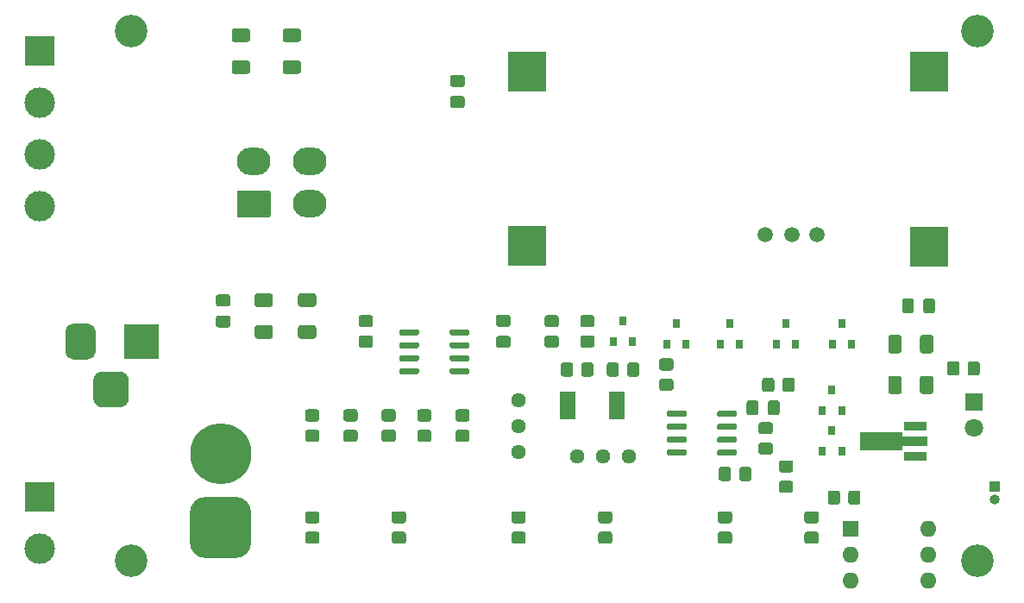
<source format=gbr>
G04 #@! TF.GenerationSoftware,KiCad,Pcbnew,5.1.10-88a1d61d58~90~ubuntu20.04.1*
G04 #@! TF.CreationDate,2021-10-05T01:19:17+01:00*
G04 #@! TF.ProjectId,lipo-discharge-protection-board,6c69706f-2d64-4697-9363-68617267652d,1*
G04 #@! TF.SameCoordinates,Original*
G04 #@! TF.FileFunction,Soldermask,Top*
G04 #@! TF.FilePolarity,Negative*
%FSLAX46Y46*%
G04 Gerber Fmt 4.6, Leading zero omitted, Abs format (unit mm)*
G04 Created by KiCad (PCBNEW 5.1.10-88a1d61d58~90~ubuntu20.04.1) date 2021-10-05 01:19:17*
%MOMM*%
%LPD*%
G01*
G04 APERTURE LIST*
%ADD10C,3.000000*%
%ADD11R,3.000000X3.000000*%
%ADD12R,3.500000X3.500000*%
%ADD13C,1.500000*%
%ADD14R,3.800000X4.000000*%
%ADD15R,1.500000X2.700000*%
%ADD16C,6.000000*%
%ADD17O,3.300000X2.700000*%
%ADD18R,0.800000X0.900000*%
%ADD19C,1.440000*%
%ADD20C,3.200000*%
%ADD21R,2.300000X0.900000*%
%ADD22C,0.152400*%
%ADD23R,1.000000X1.000000*%
%ADD24O,1.000000X1.000000*%
%ADD25R,1.800000X1.800000*%
%ADD26C,1.800000*%
%ADD27R,1.600000X1.600000*%
%ADD28O,1.600000X1.600000*%
G04 APERTURE END LIST*
D10*
X4000000Y-51080000D03*
X4000000Y-56160000D03*
D11*
X4000000Y-46000000D03*
D10*
X4000000Y-61240000D03*
D12*
X14000000Y-74500000D03*
G36*
G01*
X6500000Y-75500000D02*
X6500000Y-73500000D01*
G75*
G02*
X7250000Y-72750000I750000J0D01*
G01*
X8750000Y-72750000D01*
G75*
G02*
X9500000Y-73500000I0J-750000D01*
G01*
X9500000Y-75500000D01*
G75*
G02*
X8750000Y-76250000I-750000J0D01*
G01*
X7250000Y-76250000D01*
G75*
G02*
X6500000Y-75500000I0J750000D01*
G01*
G37*
G36*
G01*
X9250000Y-80075000D02*
X9250000Y-78325000D01*
G75*
G02*
X10125000Y-77450000I875000J0D01*
G01*
X11875000Y-77450000D01*
G75*
G02*
X12750000Y-78325000I0J-875000D01*
G01*
X12750000Y-80075000D01*
G75*
G02*
X11875000Y-80950000I-875000J0D01*
G01*
X10125000Y-80950000D01*
G75*
G02*
X9250000Y-80075000I0J875000D01*
G01*
G37*
D13*
X75200000Y-64000000D03*
X77800000Y-64000000D03*
D14*
X91325800Y-65151600D03*
X91325800Y-47981200D03*
X51854200Y-47981200D03*
X51854200Y-65126200D03*
D13*
X80300000Y-64000000D03*
G36*
G01*
X21525000Y-69875000D02*
X22475000Y-69875000D01*
G75*
G02*
X22725000Y-70125000I0J-250000D01*
G01*
X22725000Y-70800000D01*
G75*
G02*
X22475000Y-71050000I-250000J0D01*
G01*
X21525000Y-71050000D01*
G75*
G02*
X21275000Y-70800000I0J250000D01*
G01*
X21275000Y-70125000D01*
G75*
G02*
X21525000Y-69875000I250000J0D01*
G01*
G37*
G36*
G01*
X21525000Y-71950000D02*
X22475000Y-71950000D01*
G75*
G02*
X22725000Y-72200000I0J-250000D01*
G01*
X22725000Y-72875000D01*
G75*
G02*
X22475000Y-73125000I-250000J0D01*
G01*
X21525000Y-73125000D01*
G75*
G02*
X21275000Y-72875000I0J250000D01*
G01*
X21275000Y-72200000D01*
G75*
G02*
X21525000Y-71950000I250000J0D01*
G01*
G37*
G36*
G01*
X25349998Y-72900000D02*
X26650002Y-72900000D01*
G75*
G02*
X26900000Y-73149998I0J-249998D01*
G01*
X26900000Y-73975002D01*
G75*
G02*
X26650002Y-74225000I-249998J0D01*
G01*
X25349998Y-74225000D01*
G75*
G02*
X25100000Y-73975002I0J249998D01*
G01*
X25100000Y-73149998D01*
G75*
G02*
X25349998Y-72900000I249998J0D01*
G01*
G37*
G36*
G01*
X25349998Y-69775000D02*
X26650002Y-69775000D01*
G75*
G02*
X26900000Y-70024998I0J-249998D01*
G01*
X26900000Y-70850002D01*
G75*
G02*
X26650002Y-71100000I-249998J0D01*
G01*
X25349998Y-71100000D01*
G75*
G02*
X25100000Y-70850002I0J249998D01*
G01*
X25100000Y-70024998D01*
G75*
G02*
X25349998Y-69775000I249998J0D01*
G01*
G37*
G36*
G01*
X89800000Y-70525000D02*
X89800000Y-71475000D01*
G75*
G02*
X89550000Y-71725000I-250000J0D01*
G01*
X88875000Y-71725000D01*
G75*
G02*
X88625000Y-71475000I0J250000D01*
G01*
X88625000Y-70525000D01*
G75*
G02*
X88875000Y-70275000I250000J0D01*
G01*
X89550000Y-70275000D01*
G75*
G02*
X89800000Y-70525000I0J-250000D01*
G01*
G37*
G36*
G01*
X91875000Y-70525000D02*
X91875000Y-71475000D01*
G75*
G02*
X91625000Y-71725000I-250000J0D01*
G01*
X90950000Y-71725000D01*
G75*
G02*
X90700000Y-71475000I0J250000D01*
G01*
X90700000Y-70525000D01*
G75*
G02*
X90950000Y-70275000I250000J0D01*
G01*
X91625000Y-70275000D01*
G75*
G02*
X91875000Y-70525000I0J-250000D01*
G01*
G37*
G36*
G01*
X29599998Y-69775000D02*
X30900002Y-69775000D01*
G75*
G02*
X31150000Y-70024998I0J-249998D01*
G01*
X31150000Y-70850002D01*
G75*
G02*
X30900002Y-71100000I-249998J0D01*
G01*
X29599998Y-71100000D01*
G75*
G02*
X29350000Y-70850002I0J249998D01*
G01*
X29350000Y-70024998D01*
G75*
G02*
X29599998Y-69775000I249998J0D01*
G01*
G37*
G36*
G01*
X29599998Y-72900000D02*
X30900002Y-72900000D01*
G75*
G02*
X31150000Y-73149998I0J-249998D01*
G01*
X31150000Y-73975002D01*
G75*
G02*
X30900002Y-74225000I-249998J0D01*
G01*
X29599998Y-74225000D01*
G75*
G02*
X29350000Y-73975002I0J249998D01*
G01*
X29350000Y-73149998D01*
G75*
G02*
X29599998Y-72900000I249998J0D01*
G01*
G37*
G36*
G01*
X88600000Y-74099998D02*
X88600000Y-75400002D01*
G75*
G02*
X88350002Y-75650000I-249998J0D01*
G01*
X87524998Y-75650000D01*
G75*
G02*
X87275000Y-75400002I0J249998D01*
G01*
X87275000Y-74099998D01*
G75*
G02*
X87524998Y-73850000I249998J0D01*
G01*
X88350002Y-73850000D01*
G75*
G02*
X88600000Y-74099998I0J-249998D01*
G01*
G37*
G36*
G01*
X91725000Y-74099998D02*
X91725000Y-75400002D01*
G75*
G02*
X91475002Y-75650000I-249998J0D01*
G01*
X90649998Y-75650000D01*
G75*
G02*
X90400000Y-75400002I0J249998D01*
G01*
X90400000Y-74099998D01*
G75*
G02*
X90649998Y-73850000I249998J0D01*
G01*
X91475002Y-73850000D01*
G75*
G02*
X91725000Y-74099998I0J-249998D01*
G01*
G37*
G36*
G01*
X91725000Y-78099998D02*
X91725000Y-79400002D01*
G75*
G02*
X91475002Y-79650000I-249998J0D01*
G01*
X90649998Y-79650000D01*
G75*
G02*
X90400000Y-79400002I0J249998D01*
G01*
X90400000Y-78099998D01*
G75*
G02*
X90649998Y-77850000I249998J0D01*
G01*
X91475002Y-77850000D01*
G75*
G02*
X91725000Y-78099998I0J-249998D01*
G01*
G37*
G36*
G01*
X88600000Y-78099998D02*
X88600000Y-79400002D01*
G75*
G02*
X88350002Y-79650000I-249998J0D01*
G01*
X87524998Y-79650000D01*
G75*
G02*
X87275000Y-79400002I0J249998D01*
G01*
X87275000Y-78099998D01*
G75*
G02*
X87524998Y-77850000I249998J0D01*
G01*
X88350002Y-77850000D01*
G75*
G02*
X88600000Y-78099998I0J-249998D01*
G01*
G37*
G36*
G01*
X44525000Y-48337500D02*
X45475000Y-48337500D01*
G75*
G02*
X45725000Y-48587500I0J-250000D01*
G01*
X45725000Y-49262500D01*
G75*
G02*
X45475000Y-49512500I-250000J0D01*
G01*
X44525000Y-49512500D01*
G75*
G02*
X44275000Y-49262500I0J250000D01*
G01*
X44275000Y-48587500D01*
G75*
G02*
X44525000Y-48337500I250000J0D01*
G01*
G37*
G36*
G01*
X44525000Y-50412500D02*
X45475000Y-50412500D01*
G75*
G02*
X45725000Y-50662500I0J-250000D01*
G01*
X45725000Y-51337500D01*
G75*
G02*
X45475000Y-51587500I-250000J0D01*
G01*
X44525000Y-51587500D01*
G75*
G02*
X44275000Y-51337500I0J250000D01*
G01*
X44275000Y-50662500D01*
G75*
G02*
X44525000Y-50412500I250000J0D01*
G01*
G37*
G36*
G01*
X23099998Y-46900000D02*
X24400002Y-46900000D01*
G75*
G02*
X24650000Y-47149998I0J-249998D01*
G01*
X24650000Y-47975002D01*
G75*
G02*
X24400002Y-48225000I-249998J0D01*
G01*
X23099998Y-48225000D01*
G75*
G02*
X22850000Y-47975002I0J249998D01*
G01*
X22850000Y-47149998D01*
G75*
G02*
X23099998Y-46900000I249998J0D01*
G01*
G37*
G36*
G01*
X23099998Y-43775000D02*
X24400002Y-43775000D01*
G75*
G02*
X24650000Y-44024998I0J-249998D01*
G01*
X24650000Y-44850002D01*
G75*
G02*
X24400002Y-45100000I-249998J0D01*
G01*
X23099998Y-45100000D01*
G75*
G02*
X22850000Y-44850002I0J249998D01*
G01*
X22850000Y-44024998D01*
G75*
G02*
X23099998Y-43775000I249998J0D01*
G01*
G37*
G36*
G01*
X49975000Y-75125000D02*
X49025000Y-75125000D01*
G75*
G02*
X48775000Y-74875000I0J250000D01*
G01*
X48775000Y-74200000D01*
G75*
G02*
X49025000Y-73950000I250000J0D01*
G01*
X49975000Y-73950000D01*
G75*
G02*
X50225000Y-74200000I0J-250000D01*
G01*
X50225000Y-74875000D01*
G75*
G02*
X49975000Y-75125000I-250000J0D01*
G01*
G37*
G36*
G01*
X49975000Y-73050000D02*
X49025000Y-73050000D01*
G75*
G02*
X48775000Y-72800000I0J250000D01*
G01*
X48775000Y-72125000D01*
G75*
G02*
X49025000Y-71875000I250000J0D01*
G01*
X49975000Y-71875000D01*
G75*
G02*
X50225000Y-72125000I0J-250000D01*
G01*
X50225000Y-72800000D01*
G75*
G02*
X49975000Y-73050000I-250000J0D01*
G01*
G37*
G36*
G01*
X28099998Y-43775000D02*
X29400002Y-43775000D01*
G75*
G02*
X29650000Y-44024998I0J-249998D01*
G01*
X29650000Y-44850002D01*
G75*
G02*
X29400002Y-45100000I-249998J0D01*
G01*
X28099998Y-45100000D01*
G75*
G02*
X27850000Y-44850002I0J249998D01*
G01*
X27850000Y-44024998D01*
G75*
G02*
X28099998Y-43775000I249998J0D01*
G01*
G37*
G36*
G01*
X28099998Y-46900000D02*
X29400002Y-46900000D01*
G75*
G02*
X29650000Y-47149998I0J-249998D01*
G01*
X29650000Y-47975002D01*
G75*
G02*
X29400002Y-48225000I-249998J0D01*
G01*
X28099998Y-48225000D01*
G75*
G02*
X27850000Y-47975002I0J249998D01*
G01*
X27850000Y-47149998D01*
G75*
G02*
X28099998Y-46900000I249998J0D01*
G01*
G37*
D15*
X55850000Y-80750000D03*
X60650000Y-80750000D03*
D16*
X21750000Y-85550000D03*
G36*
G01*
X23250000Y-95750000D02*
X20250000Y-95750000D01*
G75*
G02*
X18750000Y-94250000I0J1500000D01*
G01*
X18750000Y-91250000D01*
G75*
G02*
X20250000Y-89750000I1500000J0D01*
G01*
X23250000Y-89750000D01*
G75*
G02*
X24750000Y-91250000I0J-1500000D01*
G01*
X24750000Y-94250000D01*
G75*
G02*
X23250000Y-95750000I-1500000J0D01*
G01*
G37*
D11*
X4000000Y-89750000D03*
D10*
X4000000Y-94830000D03*
G36*
G01*
X26399999Y-62350000D02*
X23600001Y-62350000D01*
G75*
G02*
X23350000Y-62099999I0J250001D01*
G01*
X23350000Y-59900001D01*
G75*
G02*
X23600001Y-59650000I250001J0D01*
G01*
X26399999Y-59650000D01*
G75*
G02*
X26650000Y-59900001I0J-250001D01*
G01*
X26650000Y-62099999D01*
G75*
G02*
X26399999Y-62350000I-250001J0D01*
G01*
G37*
D17*
X25000000Y-56800000D03*
X30500000Y-61000000D03*
X30500000Y-56800000D03*
D18*
X61250000Y-72500000D03*
X62200000Y-74500000D03*
X60300000Y-74500000D03*
X81800000Y-74750000D03*
X83700000Y-74750000D03*
X82750000Y-72750000D03*
X71750000Y-72750000D03*
X72700000Y-74750000D03*
X70800000Y-74750000D03*
X76300000Y-74750000D03*
X78200000Y-74750000D03*
X77250000Y-72750000D03*
X65550000Y-74750000D03*
X67450000Y-74750000D03*
X66500000Y-72750000D03*
D19*
X51000000Y-80250000D03*
X51000000Y-82790000D03*
X51000000Y-85330000D03*
G36*
G01*
X46200000Y-77255000D02*
X46200000Y-77555000D01*
G75*
G02*
X46050000Y-77705000I-150000J0D01*
G01*
X44400000Y-77705000D01*
G75*
G02*
X44250000Y-77555000I0J150000D01*
G01*
X44250000Y-77255000D01*
G75*
G02*
X44400000Y-77105000I150000J0D01*
G01*
X46050000Y-77105000D01*
G75*
G02*
X46200000Y-77255000I0J-150000D01*
G01*
G37*
G36*
G01*
X46200000Y-75985000D02*
X46200000Y-76285000D01*
G75*
G02*
X46050000Y-76435000I-150000J0D01*
G01*
X44400000Y-76435000D01*
G75*
G02*
X44250000Y-76285000I0J150000D01*
G01*
X44250000Y-75985000D01*
G75*
G02*
X44400000Y-75835000I150000J0D01*
G01*
X46050000Y-75835000D01*
G75*
G02*
X46200000Y-75985000I0J-150000D01*
G01*
G37*
G36*
G01*
X46200000Y-74715000D02*
X46200000Y-75015000D01*
G75*
G02*
X46050000Y-75165000I-150000J0D01*
G01*
X44400000Y-75165000D01*
G75*
G02*
X44250000Y-75015000I0J150000D01*
G01*
X44250000Y-74715000D01*
G75*
G02*
X44400000Y-74565000I150000J0D01*
G01*
X46050000Y-74565000D01*
G75*
G02*
X46200000Y-74715000I0J-150000D01*
G01*
G37*
G36*
G01*
X46200000Y-73445000D02*
X46200000Y-73745000D01*
G75*
G02*
X46050000Y-73895000I-150000J0D01*
G01*
X44400000Y-73895000D01*
G75*
G02*
X44250000Y-73745000I0J150000D01*
G01*
X44250000Y-73445000D01*
G75*
G02*
X44400000Y-73295000I150000J0D01*
G01*
X46050000Y-73295000D01*
G75*
G02*
X46200000Y-73445000I0J-150000D01*
G01*
G37*
G36*
G01*
X41250000Y-73445000D02*
X41250000Y-73745000D01*
G75*
G02*
X41100000Y-73895000I-150000J0D01*
G01*
X39450000Y-73895000D01*
G75*
G02*
X39300000Y-73745000I0J150000D01*
G01*
X39300000Y-73445000D01*
G75*
G02*
X39450000Y-73295000I150000J0D01*
G01*
X41100000Y-73295000D01*
G75*
G02*
X41250000Y-73445000I0J-150000D01*
G01*
G37*
G36*
G01*
X41250000Y-74715000D02*
X41250000Y-75015000D01*
G75*
G02*
X41100000Y-75165000I-150000J0D01*
G01*
X39450000Y-75165000D01*
G75*
G02*
X39300000Y-75015000I0J150000D01*
G01*
X39300000Y-74715000D01*
G75*
G02*
X39450000Y-74565000I150000J0D01*
G01*
X41100000Y-74565000D01*
G75*
G02*
X41250000Y-74715000I0J-150000D01*
G01*
G37*
G36*
G01*
X41250000Y-75985000D02*
X41250000Y-76285000D01*
G75*
G02*
X41100000Y-76435000I-150000J0D01*
G01*
X39450000Y-76435000D01*
G75*
G02*
X39300000Y-76285000I0J150000D01*
G01*
X39300000Y-75985000D01*
G75*
G02*
X39450000Y-75835000I150000J0D01*
G01*
X41100000Y-75835000D01*
G75*
G02*
X41250000Y-75985000I0J-150000D01*
G01*
G37*
G36*
G01*
X41250000Y-77255000D02*
X41250000Y-77555000D01*
G75*
G02*
X41100000Y-77705000I-150000J0D01*
G01*
X39450000Y-77705000D01*
G75*
G02*
X39300000Y-77555000I0J150000D01*
G01*
X39300000Y-77255000D01*
G75*
G02*
X39450000Y-77105000I150000J0D01*
G01*
X41100000Y-77105000D01*
G75*
G02*
X41250000Y-77255000I0J-150000D01*
G01*
G37*
D20*
X96000000Y-44000000D03*
X96000000Y-96000000D03*
X13000000Y-44000000D03*
X13000000Y-96000000D03*
G36*
G01*
X76625000Y-80525000D02*
X76625000Y-81475000D01*
G75*
G02*
X76375000Y-81725000I-250000J0D01*
G01*
X75700000Y-81725000D01*
G75*
G02*
X75450000Y-81475000I0J250000D01*
G01*
X75450000Y-80525000D01*
G75*
G02*
X75700000Y-80275000I250000J0D01*
G01*
X76375000Y-80275000D01*
G75*
G02*
X76625000Y-80525000I0J-250000D01*
G01*
G37*
G36*
G01*
X74550000Y-80525000D02*
X74550000Y-81475000D01*
G75*
G02*
X74300000Y-81725000I-250000J0D01*
G01*
X73625000Y-81725000D01*
G75*
G02*
X73375000Y-81475000I0J250000D01*
G01*
X73375000Y-80525000D01*
G75*
G02*
X73625000Y-80275000I250000J0D01*
G01*
X74300000Y-80275000D01*
G75*
G02*
X74550000Y-80525000I0J-250000D01*
G01*
G37*
G36*
G01*
X73850000Y-87049999D02*
X73850000Y-87950001D01*
G75*
G02*
X73600001Y-88200000I-249999J0D01*
G01*
X72899999Y-88200000D01*
G75*
G02*
X72650000Y-87950001I0J249999D01*
G01*
X72650000Y-87049999D01*
G75*
G02*
X72899999Y-86800000I249999J0D01*
G01*
X73600001Y-86800000D01*
G75*
G02*
X73850000Y-87049999I0J-249999D01*
G01*
G37*
G36*
G01*
X71850000Y-87049999D02*
X71850000Y-87950001D01*
G75*
G02*
X71600001Y-88200000I-249999J0D01*
G01*
X70899999Y-88200000D01*
G75*
G02*
X70650000Y-87950001I0J249999D01*
G01*
X70650000Y-87049999D01*
G75*
G02*
X70899999Y-86800000I249999J0D01*
G01*
X71600001Y-86800000D01*
G75*
G02*
X71850000Y-87049999I0J-249999D01*
G01*
G37*
G36*
G01*
X65049999Y-76150000D02*
X65950001Y-76150000D01*
G75*
G02*
X66200000Y-76399999I0J-249999D01*
G01*
X66200000Y-77100001D01*
G75*
G02*
X65950001Y-77350000I-249999J0D01*
G01*
X65049999Y-77350000D01*
G75*
G02*
X64800000Y-77100001I0J249999D01*
G01*
X64800000Y-76399999D01*
G75*
G02*
X65049999Y-76150000I249999J0D01*
G01*
G37*
G36*
G01*
X65049999Y-78150000D02*
X65950001Y-78150000D01*
G75*
G02*
X66200000Y-78399999I0J-249999D01*
G01*
X66200000Y-79100001D01*
G75*
G02*
X65950001Y-79350000I-249999J0D01*
G01*
X65049999Y-79350000D01*
G75*
G02*
X64800000Y-79100001I0J249999D01*
G01*
X64800000Y-78399999D01*
G75*
G02*
X65049999Y-78150000I249999J0D01*
G01*
G37*
G36*
G01*
X93065800Y-77589801D02*
X93065800Y-76689799D01*
G75*
G02*
X93315799Y-76439800I249999J0D01*
G01*
X94015801Y-76439800D01*
G75*
G02*
X94265800Y-76689799I0J-249999D01*
G01*
X94265800Y-77589801D01*
G75*
G02*
X94015801Y-77839800I-249999J0D01*
G01*
X93315799Y-77839800D01*
G75*
G02*
X93065800Y-77589801I0J249999D01*
G01*
G37*
G36*
G01*
X95065800Y-77589801D02*
X95065800Y-76689799D01*
G75*
G02*
X95315799Y-76439800I249999J0D01*
G01*
X96015801Y-76439800D01*
G75*
G02*
X96265800Y-76689799I0J-249999D01*
G01*
X96265800Y-77589801D01*
G75*
G02*
X96015801Y-77839800I-249999J0D01*
G01*
X95315799Y-77839800D01*
G75*
G02*
X95065800Y-77589801I0J249999D01*
G01*
G37*
G36*
G01*
X83356400Y-90264401D02*
X83356400Y-89364399D01*
G75*
G02*
X83606399Y-89114400I249999J0D01*
G01*
X84306401Y-89114400D01*
G75*
G02*
X84556400Y-89364399I0J-249999D01*
G01*
X84556400Y-90264401D01*
G75*
G02*
X84306401Y-90514400I-249999J0D01*
G01*
X83606399Y-90514400D01*
G75*
G02*
X83356400Y-90264401I0J249999D01*
G01*
G37*
G36*
G01*
X81356400Y-90264401D02*
X81356400Y-89364399D01*
G75*
G02*
X81606399Y-89114400I249999J0D01*
G01*
X82306401Y-89114400D01*
G75*
G02*
X82556400Y-89364399I0J-249999D01*
G01*
X82556400Y-90264401D01*
G75*
G02*
X82306401Y-90514400I-249999J0D01*
G01*
X81606399Y-90514400D01*
G75*
G02*
X81356400Y-90264401I0J249999D01*
G01*
G37*
D19*
X56750000Y-85750000D03*
X59290000Y-85750000D03*
X61830000Y-85750000D03*
G36*
G01*
X72450000Y-85255000D02*
X72450000Y-85555000D01*
G75*
G02*
X72300000Y-85705000I-150000J0D01*
G01*
X70650000Y-85705000D01*
G75*
G02*
X70500000Y-85555000I0J150000D01*
G01*
X70500000Y-85255000D01*
G75*
G02*
X70650000Y-85105000I150000J0D01*
G01*
X72300000Y-85105000D01*
G75*
G02*
X72450000Y-85255000I0J-150000D01*
G01*
G37*
G36*
G01*
X72450000Y-83985000D02*
X72450000Y-84285000D01*
G75*
G02*
X72300000Y-84435000I-150000J0D01*
G01*
X70650000Y-84435000D01*
G75*
G02*
X70500000Y-84285000I0J150000D01*
G01*
X70500000Y-83985000D01*
G75*
G02*
X70650000Y-83835000I150000J0D01*
G01*
X72300000Y-83835000D01*
G75*
G02*
X72450000Y-83985000I0J-150000D01*
G01*
G37*
G36*
G01*
X72450000Y-82715000D02*
X72450000Y-83015000D01*
G75*
G02*
X72300000Y-83165000I-150000J0D01*
G01*
X70650000Y-83165000D01*
G75*
G02*
X70500000Y-83015000I0J150000D01*
G01*
X70500000Y-82715000D01*
G75*
G02*
X70650000Y-82565000I150000J0D01*
G01*
X72300000Y-82565000D01*
G75*
G02*
X72450000Y-82715000I0J-150000D01*
G01*
G37*
G36*
G01*
X72450000Y-81445000D02*
X72450000Y-81745000D01*
G75*
G02*
X72300000Y-81895000I-150000J0D01*
G01*
X70650000Y-81895000D01*
G75*
G02*
X70500000Y-81745000I0J150000D01*
G01*
X70500000Y-81445000D01*
G75*
G02*
X70650000Y-81295000I150000J0D01*
G01*
X72300000Y-81295000D01*
G75*
G02*
X72450000Y-81445000I0J-150000D01*
G01*
G37*
G36*
G01*
X67500000Y-81445000D02*
X67500000Y-81745000D01*
G75*
G02*
X67350000Y-81895000I-150000J0D01*
G01*
X65700000Y-81895000D01*
G75*
G02*
X65550000Y-81745000I0J150000D01*
G01*
X65550000Y-81445000D01*
G75*
G02*
X65700000Y-81295000I150000J0D01*
G01*
X67350000Y-81295000D01*
G75*
G02*
X67500000Y-81445000I0J-150000D01*
G01*
G37*
G36*
G01*
X67500000Y-82715000D02*
X67500000Y-83015000D01*
G75*
G02*
X67350000Y-83165000I-150000J0D01*
G01*
X65700000Y-83165000D01*
G75*
G02*
X65550000Y-83015000I0J150000D01*
G01*
X65550000Y-82715000D01*
G75*
G02*
X65700000Y-82565000I150000J0D01*
G01*
X67350000Y-82565000D01*
G75*
G02*
X67500000Y-82715000I0J-150000D01*
G01*
G37*
G36*
G01*
X67500000Y-83985000D02*
X67500000Y-84285000D01*
G75*
G02*
X67350000Y-84435000I-150000J0D01*
G01*
X65700000Y-84435000D01*
G75*
G02*
X65550000Y-84285000I0J150000D01*
G01*
X65550000Y-83985000D01*
G75*
G02*
X65700000Y-83835000I150000J0D01*
G01*
X67350000Y-83835000D01*
G75*
G02*
X67500000Y-83985000I0J-150000D01*
G01*
G37*
G36*
G01*
X67500000Y-85255000D02*
X67500000Y-85555000D01*
G75*
G02*
X67350000Y-85705000I-150000J0D01*
G01*
X65700000Y-85705000D01*
G75*
G02*
X65550000Y-85555000I0J150000D01*
G01*
X65550000Y-85255000D01*
G75*
G02*
X65700000Y-85105000I150000J0D01*
G01*
X67350000Y-85105000D01*
G75*
G02*
X67500000Y-85255000I0J-150000D01*
G01*
G37*
D21*
X89950000Y-85800000D03*
X89950000Y-82800000D03*
D22*
G36*
X84500000Y-83433500D02*
G01*
X88625000Y-83433500D01*
X88625000Y-83850000D01*
X91100000Y-83850000D01*
X91100000Y-84750000D01*
X88625000Y-84750000D01*
X88625000Y-85166500D01*
X84500000Y-85166500D01*
X84500000Y-83433500D01*
G37*
G36*
G01*
X30299999Y-93150000D02*
X31200001Y-93150000D01*
G75*
G02*
X31450000Y-93399999I0J-249999D01*
G01*
X31450000Y-94100001D01*
G75*
G02*
X31200001Y-94350000I-249999J0D01*
G01*
X30299999Y-94350000D01*
G75*
G02*
X30050000Y-94100001I0J249999D01*
G01*
X30050000Y-93399999D01*
G75*
G02*
X30299999Y-93150000I249999J0D01*
G01*
G37*
G36*
G01*
X30299999Y-91150000D02*
X31200001Y-91150000D01*
G75*
G02*
X31450000Y-91399999I0J-249999D01*
G01*
X31450000Y-92100001D01*
G75*
G02*
X31200001Y-92350000I-249999J0D01*
G01*
X30299999Y-92350000D01*
G75*
G02*
X30050000Y-92100001I0J249999D01*
G01*
X30050000Y-91399999D01*
G75*
G02*
X30299999Y-91150000I249999J0D01*
G01*
G37*
G36*
G01*
X38799999Y-91150000D02*
X39700001Y-91150000D01*
G75*
G02*
X39950000Y-91399999I0J-249999D01*
G01*
X39950000Y-92100001D01*
G75*
G02*
X39700001Y-92350000I-249999J0D01*
G01*
X38799999Y-92350000D01*
G75*
G02*
X38550000Y-92100001I0J249999D01*
G01*
X38550000Y-91399999D01*
G75*
G02*
X38799999Y-91150000I249999J0D01*
G01*
G37*
G36*
G01*
X38799999Y-93150000D02*
X39700001Y-93150000D01*
G75*
G02*
X39950000Y-93399999I0J-249999D01*
G01*
X39950000Y-94100001D01*
G75*
G02*
X39700001Y-94350000I-249999J0D01*
G01*
X38799999Y-94350000D01*
G75*
G02*
X38550000Y-94100001I0J249999D01*
G01*
X38550000Y-93399999D01*
G75*
G02*
X38799999Y-93150000I249999J0D01*
G01*
G37*
G36*
G01*
X34950001Y-84350000D02*
X34049999Y-84350000D01*
G75*
G02*
X33800000Y-84100001I0J249999D01*
G01*
X33800000Y-83399999D01*
G75*
G02*
X34049999Y-83150000I249999J0D01*
G01*
X34950001Y-83150000D01*
G75*
G02*
X35200000Y-83399999I0J-249999D01*
G01*
X35200000Y-84100001D01*
G75*
G02*
X34950001Y-84350000I-249999J0D01*
G01*
G37*
G36*
G01*
X34950001Y-82350000D02*
X34049999Y-82350000D01*
G75*
G02*
X33800000Y-82100001I0J249999D01*
G01*
X33800000Y-81399999D01*
G75*
G02*
X34049999Y-81150000I249999J0D01*
G01*
X34950001Y-81150000D01*
G75*
G02*
X35200000Y-81399999I0J-249999D01*
G01*
X35200000Y-82100001D01*
G75*
G02*
X34950001Y-82350000I-249999J0D01*
G01*
G37*
G36*
G01*
X30299999Y-83150000D02*
X31200001Y-83150000D01*
G75*
G02*
X31450000Y-83399999I0J-249999D01*
G01*
X31450000Y-84100001D01*
G75*
G02*
X31200001Y-84350000I-249999J0D01*
G01*
X30299999Y-84350000D01*
G75*
G02*
X30050000Y-84100001I0J249999D01*
G01*
X30050000Y-83399999D01*
G75*
G02*
X30299999Y-83150000I249999J0D01*
G01*
G37*
G36*
G01*
X30299999Y-81150000D02*
X31200001Y-81150000D01*
G75*
G02*
X31450000Y-81399999I0J-249999D01*
G01*
X31450000Y-82100001D01*
G75*
G02*
X31200001Y-82350000I-249999J0D01*
G01*
X30299999Y-82350000D01*
G75*
G02*
X30050000Y-82100001I0J249999D01*
G01*
X30050000Y-81399999D01*
G75*
G02*
X30299999Y-81150000I249999J0D01*
G01*
G37*
G36*
G01*
X50549999Y-93150000D02*
X51450001Y-93150000D01*
G75*
G02*
X51700000Y-93399999I0J-249999D01*
G01*
X51700000Y-94100001D01*
G75*
G02*
X51450001Y-94350000I-249999J0D01*
G01*
X50549999Y-94350000D01*
G75*
G02*
X50300000Y-94100001I0J249999D01*
G01*
X50300000Y-93399999D01*
G75*
G02*
X50549999Y-93150000I249999J0D01*
G01*
G37*
G36*
G01*
X50549999Y-91150000D02*
X51450001Y-91150000D01*
G75*
G02*
X51700000Y-91399999I0J-249999D01*
G01*
X51700000Y-92100001D01*
G75*
G02*
X51450001Y-92350000I-249999J0D01*
G01*
X50549999Y-92350000D01*
G75*
G02*
X50300000Y-92100001I0J249999D01*
G01*
X50300000Y-91399999D01*
G75*
G02*
X50549999Y-91150000I249999J0D01*
G01*
G37*
G36*
G01*
X59049999Y-91150000D02*
X59950001Y-91150000D01*
G75*
G02*
X60200000Y-91399999I0J-249999D01*
G01*
X60200000Y-92100001D01*
G75*
G02*
X59950001Y-92350000I-249999J0D01*
G01*
X59049999Y-92350000D01*
G75*
G02*
X58800000Y-92100001I0J249999D01*
G01*
X58800000Y-91399999D01*
G75*
G02*
X59049999Y-91150000I249999J0D01*
G01*
G37*
G36*
G01*
X59049999Y-93150000D02*
X59950001Y-93150000D01*
G75*
G02*
X60200000Y-93399999I0J-249999D01*
G01*
X60200000Y-94100001D01*
G75*
G02*
X59950001Y-94350000I-249999J0D01*
G01*
X59049999Y-94350000D01*
G75*
G02*
X58800000Y-94100001I0J249999D01*
G01*
X58800000Y-93399999D01*
G75*
G02*
X59049999Y-93150000I249999J0D01*
G01*
G37*
G36*
G01*
X42200001Y-82350000D02*
X41299999Y-82350000D01*
G75*
G02*
X41050000Y-82100001I0J249999D01*
G01*
X41050000Y-81399999D01*
G75*
G02*
X41299999Y-81150000I249999J0D01*
G01*
X42200001Y-81150000D01*
G75*
G02*
X42450000Y-81399999I0J-249999D01*
G01*
X42450000Y-82100001D01*
G75*
G02*
X42200001Y-82350000I-249999J0D01*
G01*
G37*
G36*
G01*
X42200001Y-84350000D02*
X41299999Y-84350000D01*
G75*
G02*
X41050000Y-84100001I0J249999D01*
G01*
X41050000Y-83399999D01*
G75*
G02*
X41299999Y-83150000I249999J0D01*
G01*
X42200001Y-83150000D01*
G75*
G02*
X42450000Y-83399999I0J-249999D01*
G01*
X42450000Y-84100001D01*
G75*
G02*
X42200001Y-84350000I-249999J0D01*
G01*
G37*
G36*
G01*
X37799999Y-83150000D02*
X38700001Y-83150000D01*
G75*
G02*
X38950000Y-83399999I0J-249999D01*
G01*
X38950000Y-84100001D01*
G75*
G02*
X38700001Y-84350000I-249999J0D01*
G01*
X37799999Y-84350000D01*
G75*
G02*
X37550000Y-84100001I0J249999D01*
G01*
X37550000Y-83399999D01*
G75*
G02*
X37799999Y-83150000I249999J0D01*
G01*
G37*
G36*
G01*
X37799999Y-81150000D02*
X38700001Y-81150000D01*
G75*
G02*
X38950000Y-81399999I0J-249999D01*
G01*
X38950000Y-82100001D01*
G75*
G02*
X38700001Y-82350000I-249999J0D01*
G01*
X37799999Y-82350000D01*
G75*
G02*
X37550000Y-82100001I0J249999D01*
G01*
X37550000Y-81399999D01*
G75*
G02*
X37799999Y-81150000I249999J0D01*
G01*
G37*
G36*
G01*
X70799999Y-91150000D02*
X71700001Y-91150000D01*
G75*
G02*
X71950000Y-91399999I0J-249999D01*
G01*
X71950000Y-92100001D01*
G75*
G02*
X71700001Y-92350000I-249999J0D01*
G01*
X70799999Y-92350000D01*
G75*
G02*
X70550000Y-92100001I0J249999D01*
G01*
X70550000Y-91399999D01*
G75*
G02*
X70799999Y-91150000I249999J0D01*
G01*
G37*
G36*
G01*
X70799999Y-93150000D02*
X71700001Y-93150000D01*
G75*
G02*
X71950000Y-93399999I0J-249999D01*
G01*
X71950000Y-94100001D01*
G75*
G02*
X71700001Y-94350000I-249999J0D01*
G01*
X70799999Y-94350000D01*
G75*
G02*
X70550000Y-94100001I0J249999D01*
G01*
X70550000Y-93399999D01*
G75*
G02*
X70799999Y-93150000I249999J0D01*
G01*
G37*
G36*
G01*
X79299999Y-91150000D02*
X80200001Y-91150000D01*
G75*
G02*
X80450000Y-91399999I0J-249999D01*
G01*
X80450000Y-92100001D01*
G75*
G02*
X80200001Y-92350000I-249999J0D01*
G01*
X79299999Y-92350000D01*
G75*
G02*
X79050000Y-92100001I0J249999D01*
G01*
X79050000Y-91399999D01*
G75*
G02*
X79299999Y-91150000I249999J0D01*
G01*
G37*
G36*
G01*
X79299999Y-93150000D02*
X80200001Y-93150000D01*
G75*
G02*
X80450000Y-93399999I0J-249999D01*
G01*
X80450000Y-94100001D01*
G75*
G02*
X80200001Y-94350000I-249999J0D01*
G01*
X79299999Y-94350000D01*
G75*
G02*
X79050000Y-94100001I0J249999D01*
G01*
X79050000Y-93399999D01*
G75*
G02*
X79299999Y-93150000I249999J0D01*
G01*
G37*
G36*
G01*
X45049999Y-81150000D02*
X45950001Y-81150000D01*
G75*
G02*
X46200000Y-81399999I0J-249999D01*
G01*
X46200000Y-82100001D01*
G75*
G02*
X45950001Y-82350000I-249999J0D01*
G01*
X45049999Y-82350000D01*
G75*
G02*
X44800000Y-82100001I0J249999D01*
G01*
X44800000Y-81399999D01*
G75*
G02*
X45049999Y-81150000I249999J0D01*
G01*
G37*
G36*
G01*
X45049999Y-83150000D02*
X45950001Y-83150000D01*
G75*
G02*
X46200000Y-83399999I0J-249999D01*
G01*
X46200000Y-84100001D01*
G75*
G02*
X45950001Y-84350000I-249999J0D01*
G01*
X45049999Y-84350000D01*
G75*
G02*
X44800000Y-84100001I0J249999D01*
G01*
X44800000Y-83399999D01*
G75*
G02*
X45049999Y-83150000I249999J0D01*
G01*
G37*
G36*
G01*
X35549999Y-71900000D02*
X36450001Y-71900000D01*
G75*
G02*
X36700000Y-72149999I0J-249999D01*
G01*
X36700000Y-72850001D01*
G75*
G02*
X36450001Y-73100000I-249999J0D01*
G01*
X35549999Y-73100000D01*
G75*
G02*
X35300000Y-72850001I0J249999D01*
G01*
X35300000Y-72149999D01*
G75*
G02*
X35549999Y-71900000I249999J0D01*
G01*
G37*
G36*
G01*
X35549999Y-73900000D02*
X36450001Y-73900000D01*
G75*
G02*
X36700000Y-74149999I0J-249999D01*
G01*
X36700000Y-74850001D01*
G75*
G02*
X36450001Y-75100000I-249999J0D01*
G01*
X35549999Y-75100000D01*
G75*
G02*
X35300000Y-74850001I0J249999D01*
G01*
X35300000Y-74149999D01*
G75*
G02*
X35549999Y-73900000I249999J0D01*
G01*
G37*
G36*
G01*
X53799999Y-71900000D02*
X54700001Y-71900000D01*
G75*
G02*
X54950000Y-72149999I0J-249999D01*
G01*
X54950000Y-72850001D01*
G75*
G02*
X54700001Y-73100000I-249999J0D01*
G01*
X53799999Y-73100000D01*
G75*
G02*
X53550000Y-72850001I0J249999D01*
G01*
X53550000Y-72149999D01*
G75*
G02*
X53799999Y-71900000I249999J0D01*
G01*
G37*
G36*
G01*
X53799999Y-73900000D02*
X54700001Y-73900000D01*
G75*
G02*
X54950000Y-74149999I0J-249999D01*
G01*
X54950000Y-74850001D01*
G75*
G02*
X54700001Y-75100000I-249999J0D01*
G01*
X53799999Y-75100000D01*
G75*
G02*
X53550000Y-74850001I0J249999D01*
G01*
X53550000Y-74149999D01*
G75*
G02*
X53799999Y-73900000I249999J0D01*
G01*
G37*
G36*
G01*
X57150000Y-77700001D02*
X57150000Y-76799999D01*
G75*
G02*
X57399999Y-76550000I249999J0D01*
G01*
X58100001Y-76550000D01*
G75*
G02*
X58350000Y-76799999I0J-249999D01*
G01*
X58350000Y-77700001D01*
G75*
G02*
X58100001Y-77950000I-249999J0D01*
G01*
X57399999Y-77950000D01*
G75*
G02*
X57150000Y-77700001I0J249999D01*
G01*
G37*
G36*
G01*
X55150000Y-77700001D02*
X55150000Y-76799999D01*
G75*
G02*
X55399999Y-76550000I249999J0D01*
G01*
X56100001Y-76550000D01*
G75*
G02*
X56350000Y-76799999I0J-249999D01*
G01*
X56350000Y-77700001D01*
G75*
G02*
X56100001Y-77950000I-249999J0D01*
G01*
X55399999Y-77950000D01*
G75*
G02*
X55150000Y-77700001I0J249999D01*
G01*
G37*
G36*
G01*
X61650000Y-77700001D02*
X61650000Y-76799999D01*
G75*
G02*
X61899999Y-76550000I249999J0D01*
G01*
X62600001Y-76550000D01*
G75*
G02*
X62850000Y-76799999I0J-249999D01*
G01*
X62850000Y-77700001D01*
G75*
G02*
X62600001Y-77950000I-249999J0D01*
G01*
X61899999Y-77950000D01*
G75*
G02*
X61650000Y-77700001I0J249999D01*
G01*
G37*
G36*
G01*
X59650000Y-77700001D02*
X59650000Y-76799999D01*
G75*
G02*
X59899999Y-76550000I249999J0D01*
G01*
X60600001Y-76550000D01*
G75*
G02*
X60850000Y-76799999I0J-249999D01*
G01*
X60850000Y-77700001D01*
G75*
G02*
X60600001Y-77950000I-249999J0D01*
G01*
X59899999Y-77950000D01*
G75*
G02*
X59650000Y-77700001I0J249999D01*
G01*
G37*
G36*
G01*
X57299999Y-73900000D02*
X58200001Y-73900000D01*
G75*
G02*
X58450000Y-74149999I0J-249999D01*
G01*
X58450000Y-74850001D01*
G75*
G02*
X58200001Y-75100000I-249999J0D01*
G01*
X57299999Y-75100000D01*
G75*
G02*
X57050000Y-74850001I0J249999D01*
G01*
X57050000Y-74149999D01*
G75*
G02*
X57299999Y-73900000I249999J0D01*
G01*
G37*
G36*
G01*
X57299999Y-71900000D02*
X58200001Y-71900000D01*
G75*
G02*
X58450000Y-72149999I0J-249999D01*
G01*
X58450000Y-72850001D01*
G75*
G02*
X58200001Y-73100000I-249999J0D01*
G01*
X57299999Y-73100000D01*
G75*
G02*
X57050000Y-72850001I0J249999D01*
G01*
X57050000Y-72149999D01*
G75*
G02*
X57299999Y-71900000I249999J0D01*
G01*
G37*
D23*
X97750000Y-88750000D03*
D24*
X97750000Y-90020000D03*
D18*
X80800000Y-85250000D03*
X82700000Y-85250000D03*
X81750000Y-83250000D03*
X81750000Y-79250000D03*
X82700000Y-81250000D03*
X80800000Y-81250000D03*
G36*
G01*
X74799999Y-82400000D02*
X75700001Y-82400000D01*
G75*
G02*
X75950000Y-82649999I0J-249999D01*
G01*
X75950000Y-83350001D01*
G75*
G02*
X75700001Y-83600000I-249999J0D01*
G01*
X74799999Y-83600000D01*
G75*
G02*
X74550000Y-83350001I0J249999D01*
G01*
X74550000Y-82649999D01*
G75*
G02*
X74799999Y-82400000I249999J0D01*
G01*
G37*
G36*
G01*
X74799999Y-84400000D02*
X75700001Y-84400000D01*
G75*
G02*
X75950000Y-84649999I0J-249999D01*
G01*
X75950000Y-85350001D01*
G75*
G02*
X75700001Y-85600000I-249999J0D01*
G01*
X74799999Y-85600000D01*
G75*
G02*
X74550000Y-85350001I0J249999D01*
G01*
X74550000Y-84649999D01*
G75*
G02*
X74799999Y-84400000I249999J0D01*
G01*
G37*
G36*
G01*
X76799999Y-86150000D02*
X77700001Y-86150000D01*
G75*
G02*
X77950000Y-86399999I0J-249999D01*
G01*
X77950000Y-87100001D01*
G75*
G02*
X77700001Y-87350000I-249999J0D01*
G01*
X76799999Y-87350000D01*
G75*
G02*
X76550000Y-87100001I0J249999D01*
G01*
X76550000Y-86399999D01*
G75*
G02*
X76799999Y-86150000I249999J0D01*
G01*
G37*
G36*
G01*
X76799999Y-88150000D02*
X77700001Y-88150000D01*
G75*
G02*
X77950000Y-88399999I0J-249999D01*
G01*
X77950000Y-89100001D01*
G75*
G02*
X77700001Y-89350000I-249999J0D01*
G01*
X76799999Y-89350000D01*
G75*
G02*
X76550000Y-89100001I0J249999D01*
G01*
X76550000Y-88399999D01*
G75*
G02*
X76799999Y-88150000I249999J0D01*
G01*
G37*
G36*
G01*
X76900000Y-79200001D02*
X76900000Y-78299999D01*
G75*
G02*
X77149999Y-78050000I249999J0D01*
G01*
X77850001Y-78050000D01*
G75*
G02*
X78100000Y-78299999I0J-249999D01*
G01*
X78100000Y-79200001D01*
G75*
G02*
X77850001Y-79450000I-249999J0D01*
G01*
X77149999Y-79450000D01*
G75*
G02*
X76900000Y-79200001I0J249999D01*
G01*
G37*
G36*
G01*
X74900000Y-79200001D02*
X74900000Y-78299999D01*
G75*
G02*
X75149999Y-78050000I249999J0D01*
G01*
X75850001Y-78050000D01*
G75*
G02*
X76100000Y-78299999I0J-249999D01*
G01*
X76100000Y-79200001D01*
G75*
G02*
X75850001Y-79450000I-249999J0D01*
G01*
X75149999Y-79450000D01*
G75*
G02*
X74900000Y-79200001I0J249999D01*
G01*
G37*
D25*
X95656400Y-80441800D03*
D26*
X95656400Y-82981800D03*
D27*
X83591400Y-92862400D03*
D28*
X91211400Y-97942400D03*
X83591400Y-95402400D03*
X91211400Y-95402400D03*
X83591400Y-97942400D03*
X91211400Y-92862400D03*
M02*

</source>
